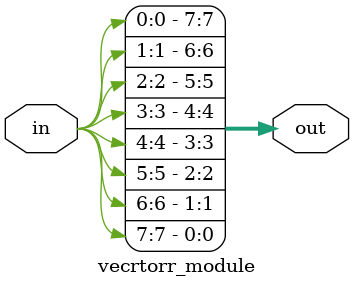
<source format=v>
module vecrtorr_module( 
   input [7:0] in,
   output [7:0] out
);
   assign out[7:0] = {in[0], in[1], in[2], in[3], in[4], in[5], in[6], in[7]};
endmodule 
</source>
